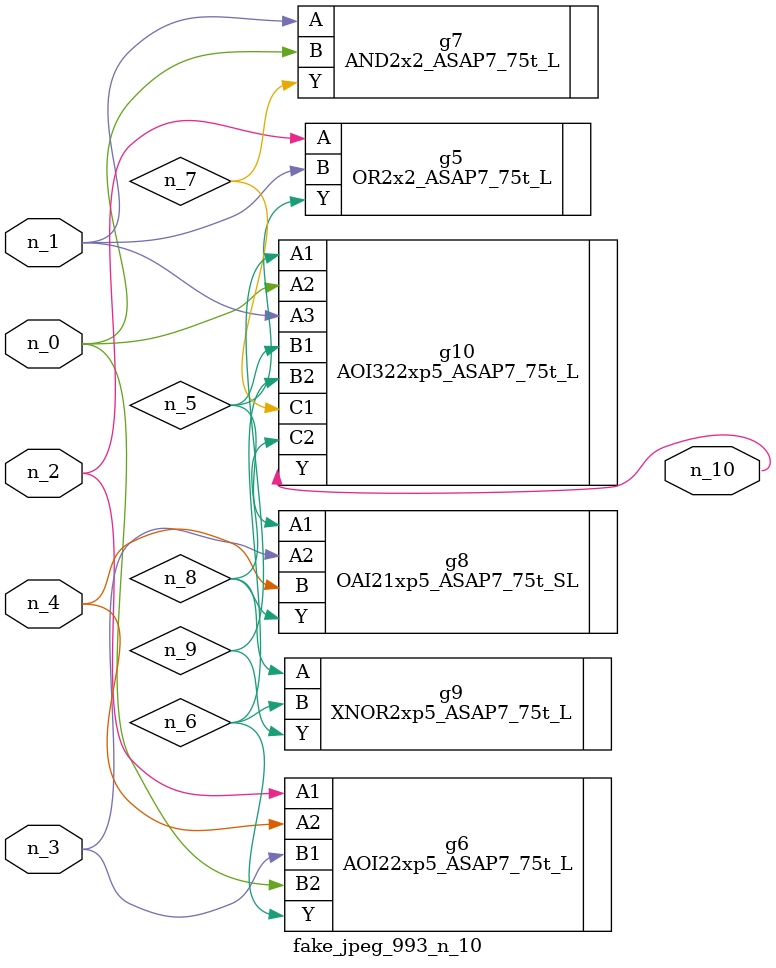
<source format=v>
module fake_jpeg_993_n_10 (n_3, n_2, n_1, n_0, n_4, n_10);

input n_3;
input n_2;
input n_1;
input n_0;
input n_4;

output n_10;

wire n_8;
wire n_9;
wire n_6;
wire n_5;
wire n_7;

OR2x2_ASAP7_75t_L g5 ( 
.A(n_2),
.B(n_1),
.Y(n_5)
);

AOI22xp5_ASAP7_75t_L g6 ( 
.A1(n_2),
.A2(n_4),
.B1(n_3),
.B2(n_0),
.Y(n_6)
);

AND2x2_ASAP7_75t_L g7 ( 
.A(n_1),
.B(n_0),
.Y(n_7)
);

OAI21xp5_ASAP7_75t_SL g8 ( 
.A1(n_5),
.A2(n_3),
.B(n_4),
.Y(n_8)
);

XNOR2xp5_ASAP7_75t_L g9 ( 
.A(n_8),
.B(n_6),
.Y(n_9)
);

AOI322xp5_ASAP7_75t_L g10 ( 
.A1(n_9),
.A2(n_0),
.A3(n_1),
.B1(n_5),
.B2(n_6),
.C1(n_7),
.C2(n_8),
.Y(n_10)
);


endmodule
</source>
